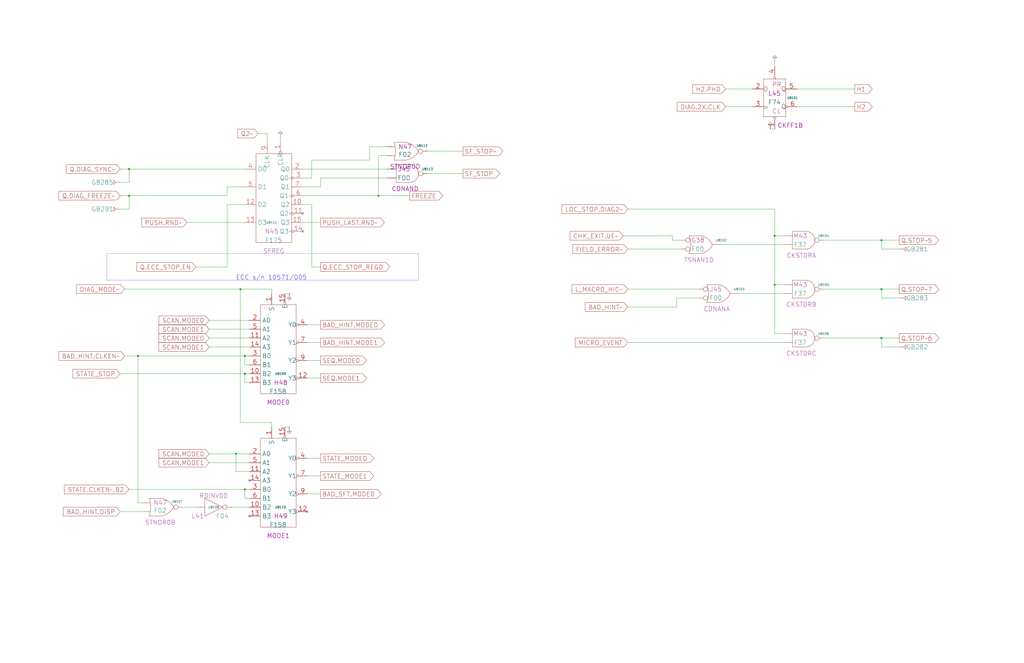
<source format=kicad_sch>
(kicad_sch (version 20230121) (generator eeschema)
  (paper "User" 584.2 378.46)
  (title_block (title "CLOCK MODE GENERATION") (date "22-MAY-90") (rev "1.0") (comment 1 "SEQUENCER") (comment 2 "232-003064") (comment 3 "S400") (comment 4 "RELEASED"))
  (lib_symbols
    (symbol "r1000:F00" (pin_numbers hide) (pin_names hide)
      (property "Reference" "U" (at 15.24 0 0))
      (property "Value" "F00" (at 1.905 -5.08 0))
      (property "Location" "___" (at 1.905 0 0))
      (property "Name" "______" (at 2.54 -12.7 0))
      (symbol "F00_0_1"
        (polyline (pts (xy -2.54 -7.62) (xy 5.08 -7.62)) (stroke (width 0.1524)))
        (polyline (pts (xy -2.54 2.54) (xy -2.54 -7.62)) (stroke (width 0.1524)))
        (polyline (pts (xy -2.54 2.54) (xy 5.08 2.54)) (stroke (width 0.1524)))
        (arc (start 5.08 -7.62) (mid 10.1282 -2.54) (end 5.08 2.54) (stroke (width 0.1524)))
        (circle (center 11.43 -2.54) (radius 1.27) (stroke (width 0.1524)))
      )
      (symbol "F00_0_2"
        (circle (center -3.81 -5.08) (radius 1.27) (stroke (width 0.1524)))
        (circle (center -3.81 0) (radius 1.27) (stroke (width 0.1524)))
        (arc (start -3.175 -7.62) (mid -2.134 -2.54) (end -3.175 2.54) (stroke (width 0.1524)))
        (polyline (pts (xy -3.175 -7.62) (xy 3.81 -7.62)) (stroke (width 0.1524)))
        (polyline (pts (xy -3.175 2.54) (xy 3.81 2.54)) (stroke (width 0.1524)))
        (arc (start 3.81 -7.62) (mid 7.5855 -5.8306) (end 10.16 -2.54) (stroke (width 0.1524)))
        (arc (start 10.16 -2.54) (mid 7.5827 0.7471) (end 3.81 2.54) (stroke (width 0.1524)))
      )
      (symbol "F00_1_1"
        (pin input line (at -7.62 0 0) (length 5.08) (name "D0") (number "1"))
        (pin input line (at -7.62 -5.08 0) (length 5.08) (name "D1") (number "2"))
        (pin output line (at 15.24 -2.54 180) (length 2.54) (name "Q") (number "3"))
      )
      (symbol "F00_1_2"
        (pin input line (at -7.62 0 0) (length 2.54) (name "D0") (number "1"))
        (pin input line (at -7.62 -5.08 0) (length 2.54) (name "D1") (number "2"))
        (pin output line (at 15.24 -2.54 180) (length 5.08) (name "Q") (number "3"))
      )
    )
    (symbol "r1000:F02" (pin_numbers hide) (pin_names hide)
      (property "Reference" "U" (at 12.16 0.635 0))
      (property "Value" "F02" (at -1.27 -4.445 0))
      (property "Location" "___" (at 2.54 0 0))
      (property "Name" "______" (at 2.54 -12.7 0))
      (symbol "F02_0_1"
        (arc (start -3.81 -7.62) (mid -2.9847 -2.54) (end -3.81 2.54) (stroke (width 0.1524)))
        (polyline (pts (xy -5.08 -5.08) (xy -3.175 -5.08)) (stroke (width 0.1524)))
        (polyline (pts (xy -5.08 0) (xy -3.175 0)) (stroke (width 0.1524)))
        (polyline (pts (xy -3.81 -7.62) (xy 2.54 -7.62)) (stroke (width 0.1524)))
        (polyline (pts (xy -3.81 2.54) (xy 2.54 2.54)) (stroke (width 0.1524)))
        (polyline (pts (xy 13.97 -2.54) (xy 12.7 -2.54)) (stroke (width 0.1524)))
        (arc (start 2.54 -7.62) (mid 6.9515 -5.9823) (end 10.16 -2.54) (stroke (width 0.1524)))
        (arc (start 10.16 -2.54) (mid 6.9478 0.8966) (end 2.54 2.54) (stroke (width 0.1524)))
        (circle (center 11.43 -2.54) (radius 1.27) (stroke (width 0.1524)))
      )
      (symbol "F02_0_2"
        (circle (center -3.81 -5.08) (radius 1.27) (stroke (width 0.1524)))
        (circle (center -3.81 0) (radius 1.27) (stroke (width 0.1524)))
        (polyline (pts (xy -2.54 -7.62) (xy 5.08 -7.62)) (stroke (width 0.1524)))
        (polyline (pts (xy -2.54 2.54) (xy -2.54 -7.62)) (stroke (width 0.1524)))
        (polyline (pts (xy -2.54 2.54) (xy 5.08 2.54)) (stroke (width 0.1524)))
        (polyline (pts (xy 11.43 -2.54) (xy 10.16 -2.54)) (stroke (width 0.1524)))
        (polyline (pts (xy 11.43 -2.54) (xy 12.7 -2.54)) (stroke (width 0.1524)))
        (arc (start 5.08 -7.62) (mid 10.1282 -2.54) (end 5.08 2.54) (stroke (width 0.1524)))
      )
      (symbol "F02_1_1"
        (pin input line (at -7.62 0 0) (length 2.54) (name "D0") (number "1"))
        (pin input line (at -7.62 -5.08 0) (length 2.54) (name "D1") (number "2"))
        (pin output line (at 15.24 -2.54 180) (length 1.27) (name "Q") (number "3"))
      )
      (symbol "F02_1_2"
        (pin input line (at -7.62 0 0) (length 2.54) (name "D0") (number "1"))
        (pin input line (at -7.62 -5.08 0) (length 2.54) (name "D1") (number "2"))
        (pin output line (at 15.24 -2.54 180) (length 2.54) (name "Q") (number "3"))
      )
    )
    (symbol "r1000:F04" (pin_numbers hide) (pin_names hide)
      (property "Reference" "U" (at 0 0 0))
      (property "Value" "F04" (at 1.27 -5.08 0))
      (property "Location" "___" (at -12.7 -5.08 0))
      (property "Name" "______" (at 0 5.08 0))
      (symbol "F04_0_1"
        (polyline (pts (xy -7.62 0) (xy -5.08 0)) (stroke (width 0.1524)))
        (polyline (pts (xy -5.08 5.08) (xy -5.08 -5.08)) (stroke (width 0.1524)))
        (polyline (pts (xy 5.08 0) (xy -5.08 -5.08)) (stroke (width 0.1524)))
        (polyline (pts (xy 5.08 0) (xy -5.08 5.08)) (stroke (width 0.1524)))
        (circle (center 6.35 0) (radius 1.27) (stroke (width 0.1524)))
      )
      (symbol "F04_1_1"
        (pin input line (at -10.16 0 0) (length 2.54) (name "D0") (number "1"))
        (pin output line (at 10.16 0 180) (length 2.54) (name "Q") (number "2"))
      )
    )
    (symbol "r1000:F158" (pin_names (offset 1.016))
      (property "Reference" "U" (at 2.54 5.08 0))
      (property "Value" "F158" (at -3.81 -5.08 0))
      (property "Location" "___" (at -1.27 0 0))
      (property "Name" "______" (at 1.27 -12.7 0))
      (symbol "F158_1_1"
        (rectangle (start -8.89 44.45) (end 11.43 -6.35))
        (circle (center 5.08 45.085) (radius 0.635))
        (circle (center 12.065 2.54) (radius 0.635))
        (circle (center 12.065 12.7) (radius 0.635))
        (circle (center 12.065 22.86) (radius 0.635))
        (circle (center 12.065 33.02) (radius 0.635))
        (pin input line (at -2.54 50.8 270) (length 6.35) (name "S") (number "1"))
        (pin input line (at -15.24 5.08 0) (length 6.35) (name "B2") (number "10"))
        (pin input line (at -15.24 25.4 0) (length 6.35) (name "A2") (number "11"))
        (pin output line (at 17.78 2.54 180) (length 5.08) (name "Y3") (number "12"))
        (pin input line (at -15.24 0 0) (length 6.35) (name "B3") (number "13"))
        (pin input line (at -15.24 20.32 0) (length 6.35) (name "A3") (number "14"))
        (pin input line (at 5.08 50.8 270) (length 5.08) (name "E") (number "15"))
        (pin input line (at -15.24 35.56 0) (length 6.35) (name "A0") (number "2"))
        (pin input line (at -15.24 15.24 0) (length 6.35) (name "B0") (number "3"))
        (pin output line (at 17.78 33.02 180) (length 5.08) (name "Y0") (number "4"))
        (pin input line (at -15.24 30.48 0) (length 6.35) (name "A1") (number "5"))
        (pin input line (at -15.24 10.16 0) (length 6.35) (name "B1") (number "6"))
        (pin output line (at 17.78 22.86 180) (length 5.08) (name "Y1") (number "7"))
        (pin output line (at 17.78 12.7 180) (length 5.08) (name "Y2") (number "9"))
      )
    )
    (symbol "r1000:F175" (pin_names (offset 1.016))
      (property "Reference" "U" (at 2.54 5.08 0))
      (property "Value" "F175" (at -1.27 -5.08 0))
      (property "Location" "___" (at -1.27 0 0))
      (property "Name" "______" (at 3.81 -12.7 0))
      (symbol "F175_1_1"
        (rectangle (start -6.35 44.45) (end 13.97 -6.35))
        (circle (center 7.62 45.085) (radius 0.635))
        (circle (center 14.605 0) (radius 0.635))
        (circle (center 14.605 10.16) (radius 0.635))
        (circle (center 14.605 20.32) (radius 0.635))
        (circle (center 14.605 30.48) (radius 0.635))
        (pin input line (at 7.62 50.8 270) (length 5.08) (name "CLR") (number "1"))
        (pin output line (at 20.32 15.24 180) (length 6.35) (name "Q2") (number "10"))
        (pin output line (at 20.32 10.16 180) (length 5.08) (name "Q2~") (number "11"))
        (pin input line (at -12.7 15.24 0) (length 6.35) (name "D2") (number "12"))
        (pin input line (at -12.7 5.08 0) (length 6.35) (name "D3") (number "13"))
        (pin output line (at 20.32 0 180) (length 5.08) (name "Q3~") (number "14"))
        (pin output line (at 20.32 5.08 180) (length 6.35) (name "Q3") (number "15"))
        (pin output line (at 20.32 35.56 180) (length 6.35) (name "Q0") (number "2"))
        (pin output line (at 20.32 30.48 180) (length 5.08) (name "Q0~") (number "3"))
        (pin input line (at -12.7 35.56 0) (length 6.35) (name "D0") (number "4"))
        (pin input line (at -12.7 25.4 0) (length 6.35) (name "D1") (number "5"))
        (pin output line (at 20.32 20.32 180) (length 5.08) (name "Q1~") (number "6"))
        (pin output line (at 20.32 25.4 180) (length 6.35) (name "Q1") (number "7"))
        (pin input line (at 0 50.8 270) (length 6.35) (name "CLK") (number "9"))
      )
    )
    (symbol "r1000:F37" (pin_numbers hide) (pin_names (offset 0) hide)
      (property "Reference" "U" (at 15.24 0 0))
      (property "Value" "F37" (at 1.905 -5.08 0))
      (property "Location" "___" (at 1.905 0 0))
      (property "Name" "______" (at 2.54 -12.7 0))
      (symbol "F37_0_1"
        (polyline (pts (xy -2.54 -7.62) (xy 5.08 -7.62)) (stroke (width 0.1524)))
        (polyline (pts (xy -2.54 2.54) (xy -2.54 -7.62)) (stroke (width 0.1524)))
        (polyline (pts (xy -2.54 2.54) (xy 5.08 2.54)) (stroke (width 0.1524)))
        (arc (start 5.08 -7.62) (mid 10.1282 -2.54) (end 5.08 2.54) (stroke (width 0.1524)))
        (circle (center 11.43 -2.54) (radius 1.27) (stroke (width 0.1524)))
      )
      (symbol "F37_0_2"
        (circle (center -3.81 -5.08) (radius 1.27) (stroke (width 0.1524)))
        (circle (center -3.81 0) (radius 1.27) (stroke (width 0.1524)))
        (arc (start -3.175 -7.62) (mid -2.134 -2.54) (end -3.175 2.54) (stroke (width 0.1524)))
        (polyline (pts (xy -3.175 -7.62) (xy 3.81 -7.62)) (stroke (width 0.1524)))
        (polyline (pts (xy -3.175 2.54) (xy 3.81 2.54)) (stroke (width 0.1524)))
        (arc (start 3.81 -7.62) (mid 7.5855 -5.8306) (end 10.16 -2.54) (stroke (width 0.1524)))
        (arc (start 10.16 -2.54) (mid 7.5827 0.7471) (end 3.81 2.54) (stroke (width 0.1524)))
      )
      (symbol "F37_1_1"
        (pin input line (at -7.62 0 0) (length 5.08) (name "D0") (number "1"))
        (pin input line (at -7.62 -5.08 0) (length 5.08) (name "D1") (number "2"))
        (pin output line (at 15.24 -2.54 180) (length 2.54) (name "Q") (number "3"))
      )
      (symbol "F37_1_2"
        (pin input line (at -7.62 0 0) (length 2.54) (name "D0") (number "1"))
        (pin input line (at -7.62 -5.08 0) (length 2.54) (name "D1") (number "2"))
        (pin output line (at 15.24 -2.54 180) (length 5.08) (name "Q") (number "3"))
      )
    )
    (symbol "r1000:F74" (pin_names (offset 1.016) hide)
      (property "Reference" "U" (at 12.7 -2.54 0))
      (property "Value" "F74" (at -1.27 -5.08 0))
      (property "Location" "___" (at -1.27 0 0))
      (property "Name" "______" (at 11.43 -19.685 0))
      (symbol "F74_0_1"
        (rectangle (start -3.81 8.255) (end 8.89 -13.335) (stroke (width 0.1524)))
        (polyline (pts (xy 2.54 -15.24) (xy 2.54 -14.605)) (stroke (width 0.1524)))
        (polyline (pts (xy 2.54 10.16) (xy 2.54 9.525)) (stroke (width 0.1524)))
      )
      (symbol "F74_1_1"
        (circle (center 2.54 -13.97) (radius 0.635))
        (circle (center 2.54 8.89) (radius 0.635))
        (circle (center 9.525 -7.62) (radius 0.635))
        (text ">" (at -2.54 -7.62 0) (effects (font (size 2.54 2.54))))
        (text "C" (at 2.54 -10.16 0) (effects (font (size 2.54 2.54))))
        (text "D" (at -2.54 2.54 0) (effects (font (size 2.54 2.54))))
        (text "L" (at 5.08 -10.16 0) (effects (font (size 2.54 2.54))))
        (text "P" (at 2.54 5.08 0) (effects (font (size 2.54 2.54))))
        (text "Q" (at 7.62 -7.62 0) (effects (font (size 2.54 2.54))))
        (text "Q" (at 7.62 2.54 0) (effects (font (size 2.54 2.54))))
        (text "R" (at 5.08 5.08 0) (effects (font (size 2.54 2.54))))
        (pin input line (at 2.54 -20.32 90) (length 5.08) (name "CL_") (number "1"))
        (pin input line (at -10.16 2.54 0) (length 6.35) (name "D") (number "2"))
        (pin input line (at -10.16 -7.62 0) (length 6.35) (name "CLK") (number "3"))
        (pin input line (at 2.54 15.24 270) (length 5.08) (name "PR_") (number "4"))
        (pin output line (at 15.24 2.54 180) (length 6.35) (name "Q") (number "5"))
        (pin output line (at 15.24 -7.62 180) (length 5.08) (name "Q_") (number "6"))
      )
    )
    (symbol "r1000:GB" (pin_numbers hide) (pin_names (offset 0) hide)
      (property "Reference" "GB" (at 3.81 0 0))
      (symbol "GB_0_1"
        (polyline (pts (xy 2.54 0) (xy 3.81 1.27) (xy 3.81 -1.27) (xy 2.54 0)) (stroke (width 0.1524)))
      )
      (symbol "GB_1_1"
        (pin bidirectional line (at 0 0 0) (length 2.54) (name "") (number "1"))
      )
    )
    (symbol "r1000:PD" (power) (pin_numbers hide) (pin_names hide) (in_bom no)
      (symbol "PD_0_1"
        (polyline (pts (xy 0 -2.54) (xy 1.27 -2.54) (xy 0 -3.81) (xy -1.27 -2.54) (xy 0 -2.54)) (stroke (width 0.1524)))
      )
      (symbol "PD_1_1"
        (pin power_in line (at 0 0 270) (length 2.54) (name "PD") (number "1"))
      )
    )
    (symbol "r1000:PU" (power) (pin_numbers hide) (pin_names hide)
      (symbol "PU_0_1"
        (polyline (pts (xy 0 2.54) (xy -1.27 2.54) (xy 0 3.81) (xy 1.27 2.54) (xy 0 2.54)) (stroke (width 0.1524)))
      )
      (symbol "PU_1_1"
        (pin power_in line (at 0 0 90) (length 2.54) (name "PU") (number "1"))
      )
    )
  )
  (junction (at 78.74 203.2))
  (junction (at 502.92 193.04))
  (junction (at 502.92 137.16))
  (junction (at 441.96 162.56))
  (junction (at 139.7 213.36))
  (junction (at 441.96 134.62))
  (junction (at 502.92 165.1))
  (junction (at 139.7 279.4))
  (junction (at 134.62 259.08))
  (junction (at 137.16 165.1))
  (junction (at 139.7 203.2))
  (junction (at 73.66 111.76))
  (junction (at 215.9 111.76))
  (junction (at 73.66 96.52))
  (no_connect (at 142.24 274.32))
  (no_connect (at 175.26 292.1))
  (no_connect (at 172.72 132.08))
  (no_connect (at 172.72 121.92))
  (no_connect (at 142.24 294.64))
  (wire (pts (xy 134.62 269.24) (xy 134.62 259.08)))
  (wire (pts (xy 177.8 91.44) (xy 210.82 91.44)))
  (wire (pts (xy 513.08 170.18) (xy 502.92 170.18)))
  (wire (pts (xy 139.7 218.44) (xy 139.7 213.36)))
  (wire (pts (xy 177.8 152.4) (xy 177.8 116.84)))
  (wire (pts (xy 172.72 127) (xy 182.88 127)))
  (wire (pts (xy 358.14 142.24) (xy 388.62 142.24)))
  (polyline (pts (xy 60.96 144.78) (xy 60.96 160.02)) (stroke (width 0.0243)))
  (wire (pts (xy 68.58 119.38) (xy 73.66 119.38)))
  (wire (pts (xy 73.66 104.14) (xy 73.66 96.52)))
  (wire (pts (xy 119.38 198.12) (xy 142.24 198.12)))
  (wire (pts (xy 454.66 50.8) (xy 487.68 50.8)))
  (wire (pts (xy 119.38 264.16) (xy 142.24 264.16)))
  (wire (pts (xy 119.38 187.96) (xy 142.24 187.96)))
  (wire (pts (xy 129.54 116.84) (xy 139.7 116.84)))
  (wire (pts (xy 142.24 208.28) (xy 139.7 208.28)))
  (wire (pts (xy 439.42 73.66) (xy 441.96 73.66)))
  (wire (pts (xy 182.88 101.6) (xy 220.98 101.6)))
  (wire (pts (xy 137.16 165.1) (xy 137.16 241.3)))
  (wire (pts (xy 147.32 76.2) (xy 152.4 76.2)))
  (wire (pts (xy 172.72 106.68) (xy 182.88 106.68)))
  (wire (pts (xy 441.96 35.56) (xy 441.96 38.1)))
  (wire (pts (xy 73.66 279.4) (xy 139.7 279.4)))
  (wire (pts (xy 386.08 175.26) (xy 386.08 170.18)))
  (wire (pts (xy 132.08 289.56) (xy 142.24 289.56)))
  (wire (pts (xy 162.56 243.84) (xy 165.1 243.84)))
  (wire (pts (xy 160.02 78.74) (xy 160.02 81.28)))
  (wire (pts (xy 154.94 243.84) (xy 154.94 241.3)))
  (wire (pts (xy 355.6 134.62) (xy 383.54 134.62)))
  (wire (pts (xy 502.92 142.24) (xy 502.92 137.16)))
  (wire (pts (xy 447.04 162.56) (xy 441.96 162.56)))
  (wire (pts (xy 411.48 139.7) (xy 447.04 139.7)))
  (wire (pts (xy 175.26 281.94) (xy 182.88 281.94)))
  (wire (pts (xy 215.9 88.9) (xy 220.98 88.9)))
  (wire (pts (xy 142.24 284.48) (xy 139.7 284.48)))
  (wire (pts (xy 383.54 134.62) (xy 383.54 137.16)))
  (wire (pts (xy 441.96 162.56) (xy 441.96 190.5)))
  (wire (pts (xy 469.9 165.1) (xy 502.92 165.1)))
  (wire (pts (xy 139.7 284.48) (xy 139.7 279.4)))
  (wire (pts (xy 73.66 111.76) (xy 129.54 111.76)))
  (wire (pts (xy 119.38 182.88) (xy 142.24 182.88)))
  (wire (pts (xy 139.7 279.4) (xy 142.24 279.4)))
  (wire (pts (xy 502.92 198.12) (xy 502.92 193.04)))
  (wire (pts (xy 441.96 119.38) (xy 441.96 134.62)))
  (wire (pts (xy 175.26 271.78) (xy 182.88 271.78)))
  (wire (pts (xy 139.7 213.36) (xy 142.24 213.36)))
  (wire (pts (xy 210.82 91.44) (xy 210.82 83.82)))
  (wire (pts (xy 175.26 195.58) (xy 182.88 195.58)))
  (wire (pts (xy 81.28 287.02) (xy 78.74 287.02)))
  (wire (pts (xy 358.14 195.58) (xy 447.04 195.58)))
  (wire (pts (xy 71.12 165.1) (xy 137.16 165.1)))
  (wire (pts (xy 177.8 101.6) (xy 177.8 91.44)))
  (wire (pts (xy 119.38 193.04) (xy 142.24 193.04)))
  (wire (pts (xy 243.84 86.36) (xy 264.16 86.36)))
  (wire (pts (xy 172.72 101.6) (xy 177.8 101.6)))
  (wire (pts (xy 129.54 152.4) (xy 129.54 116.84)))
  (wire (pts (xy 175.26 185.42) (xy 182.88 185.42)))
  (wire (pts (xy 441.96 162.56) (xy 441.96 134.62)))
  (wire (pts (xy 441.96 134.62) (xy 447.04 134.62)))
  (polyline (pts (xy 238.76 144.78) (xy 238.76 160.02)) (stroke (width 0.0243)))
  (polyline (pts (xy 238.76 160.02) (xy 60.96 160.02)) (stroke (width 0.0243)))
  (wire (pts (xy 68.58 96.52) (xy 73.66 96.52)))
  (wire (pts (xy 215.9 111.76) (xy 233.68 111.76)))
  (wire (pts (xy 502.92 193.04) (xy 513.08 193.04)))
  (wire (pts (xy 68.58 213.36) (xy 139.7 213.36)))
  (wire (pts (xy 139.7 203.2) (xy 139.7 208.28)))
  (wire (pts (xy 421.64 167.64) (xy 447.04 167.64)))
  (wire (pts (xy 154.94 241.3) (xy 137.16 241.3)))
  (wire (pts (xy 182.88 152.4) (xy 177.8 152.4)))
  (wire (pts (xy 177.8 116.84) (xy 172.72 116.84)))
  (wire (pts (xy 142.24 269.24) (xy 134.62 269.24)))
  (wire (pts (xy 78.74 287.02) (xy 78.74 203.2)))
  (wire (pts (xy 68.58 111.76) (xy 73.66 111.76)))
  (wire (pts (xy 358.14 119.38) (xy 441.96 119.38)))
  (wire (pts (xy 215.9 111.76) (xy 215.9 88.9)))
  (wire (pts (xy 502.92 165.1) (xy 513.08 165.1)))
  (wire (pts (xy 139.7 203.2) (xy 142.24 203.2)))
  (wire (pts (xy 162.56 167.64) (xy 165.1 167.64)))
  (wire (pts (xy 78.74 203.2) (xy 139.7 203.2)))
  (wire (pts (xy 111.76 152.4) (xy 129.54 152.4)))
  (wire (pts (xy 137.16 165.1) (xy 154.94 165.1)))
  (wire (pts (xy 152.4 76.2) (xy 152.4 81.28)))
  (polyline (pts (xy 60.96 144.78) (xy 238.76 144.78)) (stroke (width 0.0243)))
  (wire (pts (xy 414.02 60.96) (xy 429.26 60.96)))
  (wire (pts (xy 172.72 111.76) (xy 215.9 111.76)))
  (wire (pts (xy 414.02 50.8) (xy 429.26 50.8)))
  (wire (pts (xy 358.14 165.1) (xy 398.78 165.1)))
  (wire (pts (xy 73.66 119.38) (xy 73.66 111.76)))
  (wire (pts (xy 513.08 198.12) (xy 502.92 198.12)))
  (wire (pts (xy 78.74 203.2) (xy 71.12 203.2)))
  (wire (pts (xy 210.82 83.82) (xy 220.98 83.82)))
  (wire (pts (xy 447.04 190.5) (xy 441.96 190.5)))
  (wire (pts (xy 469.9 137.16) (xy 502.92 137.16)))
  (wire (pts (xy 154.94 165.1) (xy 154.94 167.64)))
  (wire (pts (xy 142.24 218.44) (xy 139.7 218.44)))
  (wire (pts (xy 502.92 170.18) (xy 502.92 165.1)))
  (wire (pts (xy 383.54 137.16) (xy 388.62 137.16)))
  (wire (pts (xy 454.66 60.96) (xy 487.68 60.96)))
  (wire (pts (xy 175.26 215.9) (xy 182.88 215.9)))
  (wire (pts (xy 129.54 111.76) (xy 129.54 106.68)))
  (wire (pts (xy 104.14 289.56) (xy 111.76 289.56)))
  (wire (pts (xy 243.84 99.06) (xy 264.16 99.06)))
  (wire (pts (xy 175.26 205.74) (xy 182.88 205.74)))
  (wire (pts (xy 73.66 96.52) (xy 139.7 96.52)))
  (wire (pts (xy 134.62 259.08) (xy 142.24 259.08)))
  (wire (pts (xy 513.08 142.24) (xy 502.92 142.24)))
  (wire (pts (xy 469.9 193.04) (xy 502.92 193.04)))
  (wire (pts (xy 502.92 137.16) (xy 513.08 137.16)))
  (wire (pts (xy 68.58 104.14) (xy 73.66 104.14)))
  (wire (pts (xy 358.14 175.26) (xy 386.08 175.26)))
  (wire (pts (xy 129.54 106.68) (xy 139.7 106.68)))
  (wire (pts (xy 106.68 127) (xy 139.7 127)))
  (wire (pts (xy 182.88 106.68) (xy 182.88 101.6)))
  (wire (pts (xy 175.26 261.62) (xy 182.88 261.62)))
  (wire (pts (xy 386.08 170.18) (xy 398.78 170.18)))
  (wire (pts (xy 119.38 259.08) (xy 134.62 259.08)))
  (wire (pts (xy 172.72 96.52) (xy 220.98 96.52)))
  (wire (pts (xy 68.58 292.1) (xy 81.28 292.1)))
  (text "ECC s/n 10571/005" (at 134.62 160.02 0) (effects (font (size 2.54 2.54)) (justify left bottom)))
  (global_label "Q.ECC_STOP.EN" (shape input) (at 111.76 152.4 180) (effects (font (size 2.54 2.54))) (property "Intersheetrefs" "${INTERSHEET_REFS}" (at 77.6454 152.2413 0) (effects (font (size 1.905 1.905)) (justify right))))
  (global_label "STATE_MODE0" (shape output) (at 182.88 261.62 0) (effects (font (size 2.54 2.54))) (property "Intersheetrefs" "${INTERSHEET_REFS}" (at 213.227 261.4613 0) (effects (font (size 1.905 1.905)) (justify left))))
  (global_label "CHK_EXIT.UE~" (shape input) (at 355.6 134.62 180) (effects (font (size 2.54 2.54))) (property "Intersheetrefs" "${INTERSHEET_REFS}" (at 325.253 134.4613 0) (effects (font (size 1.905 1.905)) (justify right))))
  (global_label "SCAN.MODE1" (shape input) (at 119.38 187.96 180) (effects (font (size 2.54 2.54))) (property "Intersheetrefs" "${INTERSHEET_REFS}" (at 90.7264 187.8013 0) (effects (font (size 1.905 1.905)) (justify right))))
  (global_label "STATE_STOP" (shape input) (at 68.58 213.36 180) (effects (font (size 2.54 2.54))) (property "Intersheetrefs" "${INTERSHEET_REFS}" (at 41.4988 213.2013 0) (effects (font (size 1.905 1.905)) (justify right))))
  (global_label "SCAN.MODE1" (shape input) (at 119.38 264.16 180) (effects (font (size 2.54 2.54))) (property "Intersheetrefs" "${INTERSHEET_REFS}" (at 90.7264 264.0013 0) (effects (font (size 1.905 1.905)) (justify right))))
  (global_label "SEQ.MODE0" (shape output) (at 182.88 205.74 0) (effects (font (size 2.54 2.54))) (property "Intersheetrefs" "${INTERSHEET_REFS}" (at 209.1146 205.5813 0) (effects (font (size 1.905 1.905)) (justify left))))
  (global_label "SEQ.MODE1" (shape output) (at 182.88 215.9 0) (effects (font (size 2.54 2.54))) (property "Intersheetrefs" "${INTERSHEET_REFS}" (at 209.1146 215.7413 0) (effects (font (size 1.905 1.905)) (justify left))))
  (global_label "SCAN.MODE1" (shape input) (at 119.38 198.12 180) (effects (font (size 2.54 2.54))) (property "Intersheetrefs" "${INTERSHEET_REFS}" (at 90.7264 197.9613 0) (effects (font (size 1.905 1.905)) (justify right))))
  (global_label "FIELD_ERROR~" (shape input) (at 358.14 142.24 180) (effects (font (size 2.54 2.54))) (property "Intersheetrefs" "${INTERSHEET_REFS}" (at 326.7045 142.0813 0) (effects (font (size 1.905 1.905)) (justify right))))
  (global_label "DIAG_MODE~" (shape input) (at 71.12 165.1 180) (effects (font (size 2.54 2.54))) (property "Intersheetrefs" "${INTERSHEET_REFS}" (at 43.6759 164.9413 0) (effects (font (size 1.905 1.905)) (justify right))))
  (global_label "BAD_SFT.MODE0" (shape output) (at 182.88 281.94 0) (effects (font (size 2.54 2.54))) (property "Intersheetrefs" "${INTERSHEET_REFS}" (at 217.4603 281.7813 0) (effects (font (size 1.905 1.905)) (justify left))))
  (global_label "STATE.CLKEN~.B2" (shape input) (at 73.66 279.4 180) (effects (font (size 2.54 2.54))) (property "Intersheetrefs" "${INTERSHEET_REFS}" (at 36.7816 279.2413 0) (effects (font (size 1.905 1.905)) (justify right))))
  (global_label "H2.PHD" (shape input) (at 414.02 50.8 180) (effects (font (size 2.54 2.54))) (property "Intersheetrefs" "${INTERSHEET_REFS}" (at 395.1635 50.6413 0) (effects (font (size 1.905 1.905)) (justify right))))
  (global_label "H2" (shape output) (at 487.68 60.96 0) (effects (font (size 2.54 2.54))) (property "Intersheetrefs" "${INTERSHEET_REFS}" (at 497.586 60.8013 0) (effects (font (size 1.905 1.905)) (justify left))))
  (global_label "H1" (shape output) (at 487.68 50.8 0) (effects (font (size 2.54 2.54))) (property "Intersheetrefs" "${INTERSHEET_REFS}" (at 497.586 50.6413 0) (effects (font (size 1.905 1.905)) (justify left))))
  (global_label "Q.DIAG_SYNC~" (shape input) (at 68.58 96.52 180) (effects (font (size 2.54 2.54))) (property "Intersheetrefs" "${INTERSHEET_REFS}" (at 37.8702 96.3613 0) (effects (font (size 1.905 1.905)) (justify right))))
  (global_label "PUSH_LAST.RND~" (shape output) (at 182.88 127 0) (effects (font (size 2.54 2.54))) (property "Intersheetrefs" "${INTERSHEET_REFS}" (at 219.2746 126.8413 0) (effects (font (size 1.905 1.905)) (justify left))))
  (global_label "FREEZE" (shape output) (at 233.68 111.76 0) (effects (font (size 2.54 2.54))) (property "Intersheetrefs" "${INTERSHEET_REFS}" (at 252.5365 111.6013 0) (effects (font (size 1.905 1.905)) (justify left))))
  (global_label "BAD_HINT.CLKEN~" (shape input) (at 71.12 203.2 180) (effects (font (size 2.54 2.54))) (property "Intersheetrefs" "${INTERSHEET_REFS}" (at 33.5159 203.0413 0) (effects (font (size 1.905 1.905)) (justify right))))
  (global_label "BAD_HINT~" (shape input) (at 358.14 175.26 180) (effects (font (size 2.54 2.54))) (property "Intersheetrefs" "${INTERSHEET_REFS}" (at 333.8407 175.1013 0) (effects (font (size 1.905 1.905)) (justify right))))
  (global_label "Q.DIAG_FREEZE~" (shape input) (at 68.58 111.76 180) (effects (font (size 2.54 2.54))) (property "Intersheetrefs" "${INTERSHEET_REFS}" (at 33.6369 111.6013 0) (effects (font (size 1.905 1.905)) (justify right))))
  (global_label "SCAN.MODE0" (shape input) (at 119.38 259.08 180) (effects (font (size 2.54 2.54))) (property "Intersheetrefs" "${INTERSHEET_REFS}" (at 90.7264 258.9213 0) (effects (font (size 1.905 1.905)) (justify right))))
  (global_label "BAD_HINT.DISP" (shape input) (at 68.58 292.1 180) (effects (font (size 2.54 2.54))) (property "Intersheetrefs" "${INTERSHEET_REFS}" (at 36.1769 291.9413 0) (effects (font (size 1.905 1.905)) (justify right))))
  (global_label "PUSH.RND~" (shape input) (at 106.68 127 180) (effects (font (size 2.54 2.54))) (property "Intersheetrefs" "${INTERSHEET_REFS}" (at 80.4273 126.8413 0) (effects (font (size 1.905 1.905)) (justify right))))
  (global_label "Q.STOP~6" (shape output) (at 513.08 193.04 0) (effects (font (size 2.54 2.54))) (property "Intersheetrefs" "${INTERSHEET_REFS}" (at 535.565 192.8813 0) (effects (font (size 1.905 1.905)) (justify left))))
  (global_label "BAD_HINT.MODE1" (shape output) (at 182.88 195.58 0) (effects (font (size 2.54 2.54))) (property "Intersheetrefs" "${INTERSHEET_REFS}" (at 219.3955 195.4213 0) (effects (font (size 1.905 1.905)) (justify left))))
  (global_label "LOC_STOP.DIAG2~" (shape input) (at 358.14 119.38 180) (effects (font (size 2.54 2.54))) (property "Intersheetrefs" "${INTERSHEET_REFS}" (at 320.6569 119.2213 0) (effects (font (size 1.905 1.905)) (justify right))))
  (global_label "L_MACRO_HIC~" (shape input) (at 358.14 165.1 180) (effects (font (size 2.54 2.54))) (property "Intersheetrefs" "${INTERSHEET_REFS}" (at 326.3416 164.9413 0) (effects (font (size 1.905 1.905)) (justify right))))
  (global_label "Q2~" (shape input) (at 147.32 76.2 180) (effects (font (size 2.54 2.54))) (property "Intersheetrefs" "${INTERSHEET_REFS}" (at 135.5997 76.0413 0) (effects (font (size 1.905 1.905)) (justify right))))
  (global_label "SF_STOP~" (shape output) (at 264.16 86.36 0) (effects (font (size 2.54 2.54))) (property "Intersheetrefs" "${INTERSHEET_REFS}" (at 286.887 86.2013 0) (effects (font (size 1.905 1.905)) (justify left))))
  (global_label "BAD_HINT.MODE0" (shape output) (at 182.88 185.42 0) (effects (font (size 2.54 2.54))) (property "Intersheetrefs" "${INTERSHEET_REFS}" (at 219.3955 185.2613 0) (effects (font (size 1.905 1.905)) (justify left))))
  (global_label "SF_STOP" (shape output) (at 264.16 99.06 0) (effects (font (size 2.54 2.54))) (property "Intersheetrefs" "${INTERSHEET_REFS}" (at 285.0727 98.9013 0) (effects (font (size 1.905 1.905)) (justify left))))
  (global_label "STATE_MODE1" (shape output) (at 182.88 271.78 0) (effects (font (size 2.54 2.54))) (property "Intersheetrefs" "${INTERSHEET_REFS}" (at 213.227 271.6213 0) (effects (font (size 1.905 1.905)) (justify left))))
  (global_label "SCAN.MODE0" (shape input) (at 119.38 193.04 180) (effects (font (size 2.54 2.54))) (property "Intersheetrefs" "${INTERSHEET_REFS}" (at 90.7264 192.8813 0) (effects (font (size 1.905 1.905)) (justify right))))
  (global_label "Q.STOP~5" (shape output) (at 513.08 137.16 0) (effects (font (size 2.54 2.54))) (property "Intersheetrefs" "${INTERSHEET_REFS}" (at 535.565 137.0013 0) (effects (font (size 1.905 1.905)) (justify left))))
  (global_label "Q.ECC_STOP_REGD" (shape output) (at 182.88 152.4 0) (effects (font (size 2.54 2.54))) (property "Intersheetrefs" "${INTERSHEET_REFS}" (at 222.6794 152.2413 0) (effects (font (size 1.905 1.905)) (justify left))))
  (global_label "Q.STOP~7" (shape output) (at 513.08 165.1 0) (effects (font (size 2.54 2.54))) (property "Intersheetrefs" "${INTERSHEET_REFS}" (at 535.565 164.9413 0) (effects (font (size 1.905 1.905)) (justify left))))
  (global_label "SCAN.MODE0" (shape input) (at 119.38 182.88 180) (effects (font (size 2.54 2.54))) (property "Intersheetrefs" "${INTERSHEET_REFS}" (at 90.7264 182.7213 0) (effects (font (size 1.905 1.905)) (justify right))))
  (global_label "DIAG.2X.CLK" (shape input) (at 414.02 60.96 180) (effects (font (size 2.54 2.54))) (property "Intersheetrefs" "${INTERSHEET_REFS}" (at 386.334 60.8013 0) (effects (font (size 1.905 1.905)) (justify right))))
  (global_label "MICRO_EVENT" (shape input) (at 358.14 195.58 180) (effects (font (size 2.54 2.54))) (property "Intersheetrefs" "${INTERSHEET_REFS}" (at 328.1559 195.4213 0) (effects (font (size 1.905 1.905)) (justify right))))
  (symbol (lib_id "r1000:F00") (at 228.6 96.52 0) (unit 1)
    (property "Reference" "U8113" (at 243.84 96.52 0))
    (property "Value" "F00" (at 230.505 101.6 0) (effects (font (size 2.54 2.54))))
    (property "Location" "J45" (at 230.505 96.52 0) (effects (font (size 2.54 2.54))))
    (property "Name" "CDNAND" (at 231.14 109.22 0) (effects (font (size 2.54 2.54)) (justify bottom)))
  )
  (symbol (lib_id "r1000:F74") (at 439.42 53.34 0) (unit 1)
    (property "Reference" "U8101" (at 452.12 55.88 0))
    (property "Value" "F74" (at 438.15 58.42 0) (effects (font (size 2.54 2.54)) (justify left)))
    (property "Location" "L45" (at 438.15 53.34 0) (effects (font (size 2.54 2.54)) (justify left)))
    (property "Name" "CKFF1B" (at 450.85 73.025 0) (effects (font (size 2.54 2.54)) (justify bottom)))
  )
  (symbol (lib_id "r1000:GB") (at 513.08 170.18 0) (unit 1)
    (property "Reference" "GB283" (at 516.89 170.18 0) (effects (font (size 2.54 2.54)) (justify left)))
    (property "Value" "GB" (effects hide))
  )
  (symbol (lib_id "r1000:F37") (at 454.66 190.5 0) (unit 1)
    (property "Reference" "U8106" (at 469.9 190.5 0))
    (property "Value" "F37" (at 456.565 195.58 0) (effects (font (size 2.54 2.54))))
    (property "Location" "M43" (at 456.565 190.5 0) (effects (font (size 2.54 2.54))))
    (property "Name" "CKSTDRC" (at 457.2 203.2 0) (effects (font (size 2.54 2.54)) (justify bottom)))
  )
  (symbol (lib_id "r1000:PU") (at 439.42 73.66 0) (unit 1)
    (property "Reference" "#PWR08101" (effects hide))
    (property "Value" "PU" (effects hide))
  )
  (symbol (lib_id "r1000:F158") (at 157.48 294.64 0) (unit 1)
    (property "Reference" "U8110" (at 160.02 289.56 0))
    (property "Value" "F158" (at 153.67 299.72 0) (effects (font (size 2.54 2.54)) (justify left)))
    (property "Location" "H49" (at 156.21 294.64 0) (effects (font (size 2.54 2.54)) (justify left)))
    (property "Name" "MODE1" (at 158.75 307.34 0) (effects (font (size 2.54 2.54)) (justify bottom)))
  )
  (symbol (lib_id "r1000:F00") (at 406.4 165.1 0) (unit 1) (convert 2)
    (property "Reference" "U8103" (at 421.64 165.1 0))
    (property "Value" "F00" (at 408.305 170.18 0) (effects (font (size 2.54 2.54))))
    (property "Location" "J45" (at 408.305 165.1 0) (effects (font (size 2.54 2.54))))
    (property "Name" "CDNANA" (at 408.94 177.8 0) (effects (font (size 2.54 2.54)) (justify bottom)))
  )
  (symbol (lib_id "r1000:F175") (at 152.4 132.08 0) (unit 1)
    (property "Reference" "U8111" (at 154.94 127 0))
    (property "Value" "F175" (at 151.13 137.16 0) (effects (font (size 2.54 2.54)) (justify left)))
    (property "Location" "N45" (at 151.13 132.08 0) (effects (font (size 2.54 2.54)) (justify left)))
    (property "Name" "SFREG" (at 156.21 144.78 0) (effects (font (size 2.54 2.54)) (justify bottom)))
  )
  (symbol (lib_id "r1000:F02") (at 88.9 287.02 0) (unit 1)
    (property "Reference" "U8107" (at 101.06 286.385 0))
    (property "Value" "F02" (at 87.63 291.465 0) (effects (font (size 2.54 2.54)) (justify left)))
    (property "Location" "N47" (at 91.44 287.02 0) (effects (font (size 2.54 2.54))))
    (property "Name" "STNOR0B" (at 91.44 299.72 0) (effects (font (size 2.54 2.54)) (justify bottom)))
  )
  (symbol (lib_id "r1000:PD") (at 165.1 167.64 0) (unit 1) (in_bom no)
    (property "Reference" "#PWR08103" (effects hide))
    (property "Value" "PD" (effects hide))
  )
  (symbol (lib_id "r1000:PU") (at 441.96 35.56 0) (unit 1)
    (property "Reference" "#PWR08102" (effects hide))
    (property "Value" "PU" (effects hide))
  )
  (symbol (lib_id "r1000:F00") (at 396.24 137.16 0) (unit 1) (convert 2)
    (property "Reference" "U8102" (at 411.48 137.16 0))
    (property "Value" "F00" (at 398.145 142.24 0) (effects (font (size 2.54 2.54))))
    (property "Location" "G38" (at 398.145 137.16 0) (effects (font (size 2.54 2.54))))
    (property "Name" "TSNAN1D" (at 398.78 149.86 0) (effects (font (size 2.54 2.54)) (justify bottom)))
  )
  (symbol (lib_id "r1000:PU") (at 160.02 78.74 0) (unit 1)
    (property "Reference" "#PWR08105" (effects hide))
    (property "Value" "PU" (effects hide))
  )
  (symbol (lib_id "r1000:F02") (at 228.6 83.82 0) (unit 1)
    (property "Reference" "U8112" (at 240.76 83.185 0))
    (property "Value" "F02" (at 227.33 88.265 0) (effects (font (size 2.54 2.54)) (justify left)))
    (property "Location" "N47" (at 231.14 83.82 0) (effects (font (size 2.54 2.54))))
    (property "Name" "STNOR0D" (at 231.14 96.52 0) (effects (font (size 2.54 2.54)) (justify bottom)))
  )
  (symbol (lib_id "r1000:GB") (at 513.08 198.12 0) (unit 1)
    (property "Reference" "GB282" (at 516.89 198.12 0) (effects (font (size 2.54 2.54)) (justify left)))
    (property "Value" "GB" (effects hide))
  )
  (symbol (lib_id "r1000:PD") (at 165.1 243.84 0) (unit 1) (in_bom no)
    (property "Reference" "#PWR08104" (effects hide))
    (property "Value" "PD" (effects hide))
  )
  (symbol (lib_id "r1000:F37") (at 454.66 162.56 0) (unit 1)
    (property "Reference" "U8105" (at 469.9 162.56 0))
    (property "Value" "F37" (at 456.565 167.64 0) (effects (font (size 2.54 2.54))))
    (property "Location" "M43" (at 456.565 162.56 0) (effects (font (size 2.54 2.54))))
    (property "Name" "CKSTDRB" (at 457.2 175.26 0) (effects (font (size 2.54 2.54)) (justify bottom)))
  )
  (symbol (lib_id "r1000:F37") (at 454.66 134.62 0) (unit 1)
    (property "Reference" "U8104" (at 469.9 134.62 0))
    (property "Value" "F37" (at 456.565 139.7 0) (effects (font (size 2.54 2.54))))
    (property "Location" "M43" (at 456.565 134.62 0) (effects (font (size 2.54 2.54))))
    (property "Name" "CKSTDRA" (at 457.2 147.32 0) (effects (font (size 2.54 2.54)) (justify bottom)))
  )
  (symbol (lib_id "r1000:F158") (at 157.48 218.44 0) (unit 1)
    (property "Reference" "U8109" (at 160.02 213.36 0))
    (property "Value" "F158" (at 153.67 223.52 0) (effects (font (size 2.54 2.54)) (justify left)))
    (property "Location" "H48" (at 156.21 218.44 0) (effects (font (size 2.54 2.54)) (justify left)))
    (property "Name" "MODE0" (at 158.75 231.14 0) (effects (font (size 2.54 2.54)) (justify bottom)))
  )
  (symbol (lib_id "r1000:GB") (at 68.58 119.38 0) (mirror y) (unit 1)
    (property "Reference" "GB291" (at 64.77 119.38 0) (effects (font (size 2.54 2.54)) (justify left)))
    (property "Value" "GB" (effects hide))
  )
  (symbol (lib_id "r1000:F04") (at 121.92 289.56 0) (unit 1)
    (property "Reference" "U8108" (at 121.92 289.56 0))
    (property "Value" "F04" (at 123.19 294.64 0) (effects (font (size 2.54 2.54)) (justify left)))
    (property "Location" "L41" (at 109.22 294.64 0) (effects (font (size 2.54 2.54)) (justify left)))
    (property "Name" "RDINV0D" (at 121.92 284.48 0) (effects (font (size 2.54 2.54)) (justify bottom)))
  )
  (symbol (lib_id "r1000:GB") (at 68.58 104.14 0) (mirror y) (unit 1)
    (property "Reference" "GB285" (at 64.77 104.14 0) (effects (font (size 2.54 2.54)) (justify left)))
    (property "Value" "GB" (effects hide))
  )
  (symbol (lib_id "r1000:GB") (at 513.08 142.24 0) (unit 1)
    (property "Reference" "GB281" (at 516.89 142.24 0) (effects (font (size 2.54 2.54)) (justify left)))
    (property "Value" "GB" (effects hide))
  )
)
</source>
